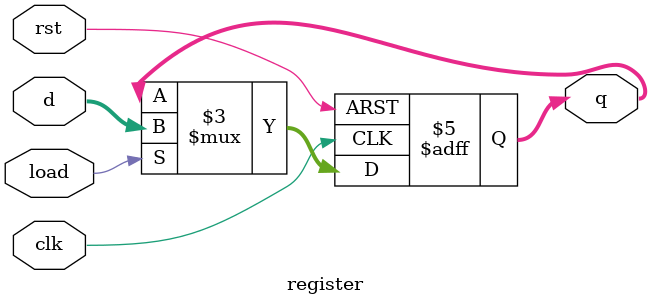
<source format=v>
`timescale 1ns / 1ps


module register #(parameter n = 32) (
    input clk,
    input rst,
    input load,
    input [n - 1:0] d,
    output reg [n - 1:0] q
    );
       
    always @(posedge clk, posedge rst) begin
        if(rst) 
            q <= 0;
        else
            if(load)
                q <= d;
            else
                q <= q;
    end

endmodule
</source>
